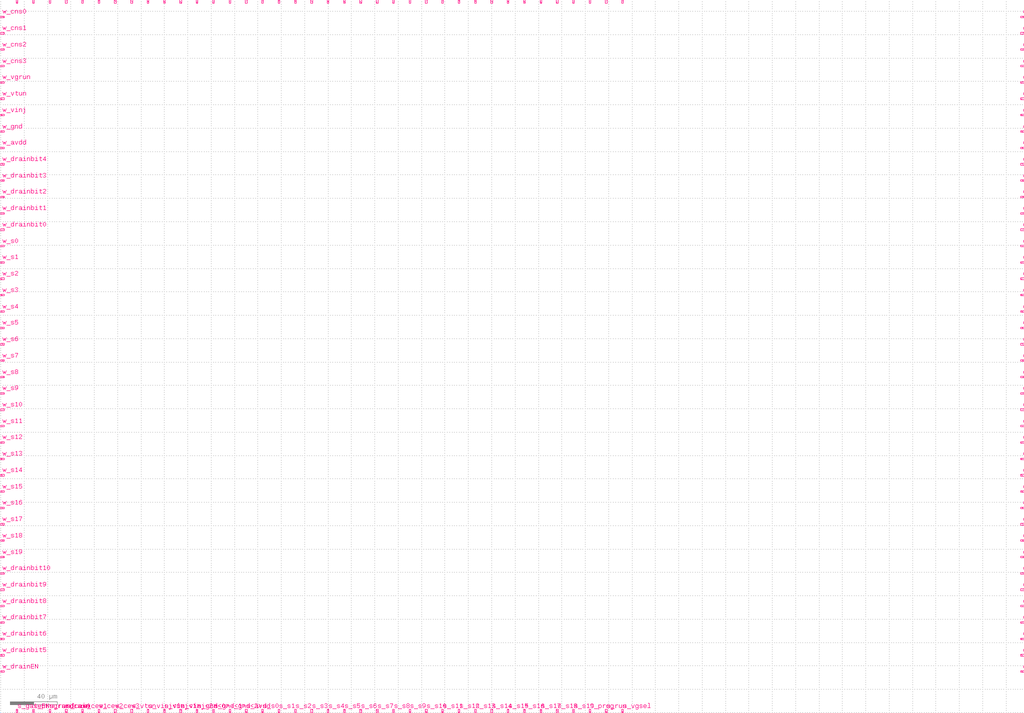
<source format=lef>
VERSION 5.5 ;
NAMESCASESENSITIVE ON ;
BUSBITCHARS "[]" ;
DIVIDERCHAR "/" ;

PROPERTYDEFINITIONS
  LAYER routingPitch REAL ;
END PROPERTYDEFINITIONS

UNITS
  DATABASE MICRONS 1000 ;
END UNITS
MANUFACTURINGGRID 0.01 ;
LAYER POLY1
  TYPE MASTERSLICE ;
END POLY1

LAYER CONT
  TYPE CUT ;
  SPACING 0.4 ;
END CONT

LAYER METAL1
  TYPE ROUTING ;
  DIRECTION HORIZONTAL ;
  PITCH 0 ;
  WIDTH 0.5 ;
  SPACING 0.45 ;
  PROPERTY routingPitch 1.25 ;
END METAL1

LAYER VIA12
  TYPE CUT ;
  SPACING 0.45 ;
END VIA12

LAYER METAL2
  TYPE ROUTING ;
  DIRECTION VERTICAL ;
  PITCH 0 ;
  WIDTH 0.6 ;
  SPACING 0.5 ;
  PROPERTY routingPitch 1.4 ;
END METAL2

LAYER VIA23
  TYPE CUT ;
  SPACING 0.45 ;
END VIA23

LAYER METAL3
  TYPE ROUTING ;
  DIRECTION HORIZONTAL ;
  PITCH 0 ;
  WIDTH 0.6 ;
  SPACING 0.5 ;
  PROPERTY routingPitch 1.25 ;
END METAL3

LAYER VIA34
  TYPE CUT ;
  SPACING 0.45 ;
END VIA34

LAYER METAL4
  TYPE ROUTING ;
  DIRECTION VERTICAL ;
  PITCH 0 ;
  WIDTH 0.6 ;
  SPACING 0.6 ;
  PROPERTY routingPitch 1.4 ;
END METAL4

LAYER OVERLAP
  TYPE OVERLAP ;
END OVERLAP

VIARULE M4_M3 GENERATE
  LAYER METAL3 ;
    ENCLOSURE 0.2 0.2 ;
  LAYER METAL4 ;
    ENCLOSURE 0.15 0.15 ;
  LAYER VIA34 ;
    RECT -0.25 -0.25 0.25 0.25 ;
    SPACING 1 BY 1 ;
END M4_M3

VIARULE M3_M2 GENERATE
  LAYER METAL2 ;
    ENCLOSURE 0.2 0.2 ;
  LAYER METAL3 ;
    ENCLOSURE 0.15 0.15 ;
  LAYER VIA23 ;
    RECT -0.25 -0.25 0.25 0.25 ;
    SPACING 1 BY 1 ;
END M3_M2

VIARULE M2_M1 GENERATE
  LAYER METAL1 ;
    ENCLOSURE 0.2 0.2 ;
  LAYER METAL2 ;
    ENCLOSURE 0.15 0.15 ;
  LAYER VIA12 ;
    RECT -0.25 -0.25 0.25 0.25 ;
    SPACING 1 BY 1 ;
END M2_M1

VIARULE M1_POLY1 GENERATE
  LAYER POLY1 ;
    ENCLOSURE 0.2 0.2 ;
  LAYER METAL1 ;
    ENCLOSURE 0.15 0.15 ;
  LAYER CONT ;
    RECT -0.2 -0.2 0.2 0.2 ;
    SPACING 1 BY 1 ;
END M1_POLY1

VIA M1_POLY1
  LAYER CONT ;
    RECT -0.2 -0.2 0.2 0.2 ;
  LAYER POLY1 ;
    RECT -0.4 -0.4 0.4 0.4 ;
  LAYER METAL1 ;
    RECT -0.35 -0.35 0.35 0.35 ;
END M1_POLY1

VIA M2_M1
  LAYER VIA12 ;
    RECT -0.25 -0.25 0.25 0.25 ;
  LAYER METAL2 ;
    RECT -0.4 -0.4 0.4 0.4 ;
  LAYER METAL1 ;
    RECT -0.45 -0.45 0.45 0.45 ;
END M2_M1

VIA M3_M2
  LAYER VIA23 ;
    RECT -0.25 -0.25 0.25 0.25 ;
  LAYER METAL3 ;
    RECT -0.4 -0.4 0.4 0.4 ;
  LAYER METAL2 ;
    RECT -0.45 -0.45 0.45 0.45 ;
END M3_M2

VIA M4_M3
  LAYER VIA34 ;
    RECT -0.25 -0.25 0.25 0.25 ;
  LAYER METAL4 ;
    RECT -0.4 -0.4 0.4 0.4 ;
  LAYER METAL3 ;
    RECT -0.45 -0.45 0.45 0.45 ;
END M4_M3


MACRO cab2
  PIN n_gateEN
    DIRECTION INOUT ;
    USE SIGNAL ;
    PORT
      LAYER METAL3 ;
        RECT 13.3 607.1 14.7 609.9 ;
    END
  END n_gateEN
  PIN n_programdrain
    DIRECTION INOUT ;
    USE SIGNAL ;
    PORT
      LAYER METAL3 ;
        RECT 27.3 607.1 28.7 609.9 ;
    END
  END n_programdrain
  PIN n_rundrain
    DIRECTION INOUT ;
    USE SIGNAL ;
    PORT
      LAYER METAL3 ;
        RECT 41.3 607.1 42.7 609.9 ;
    END
  END n_rundrain
  PIN n_cew0
    DIRECTION INOUT ;
    USE SIGNAL ;
    PORT
      LAYER METAL3 ;
        RECT 55.3 607.1 56.7 609.9 ;
    END
  END n_cew0
  PIN n_cew1
    DIRECTION INOUT ;
    USE SIGNAL ;
    PORT
      LAYER METAL3 ;
        RECT 69.3 607.1 70.7 609.9 ;
    END
  END n_cew1
  PIN n_cew2
    DIRECTION INOUT ;
    USE SIGNAL ;
    PORT
      LAYER METAL3 ;
        RECT 83.3 607.1 84.7 609.9 ;
    END
  END n_cew2
  PIN n_cew3
    DIRECTION INOUT ;
    USE SIGNAL ;
    PORT
      LAYER METAL3 ;
        RECT 97.3 607.1 98.7 609.9 ;
    END
  END n_cew3
  PIN n_vtun
    DIRECTION INOUT ;
    USE SIGNAL ;
    PORT
      LAYER METAL3 ;
        RECT 111.3 607.1 112.7 609.9 ;
    END
  END n_vtun
  PIN n_vinj<0>
    DIRECTION INOUT ;
    USE SIGNAL ;
    PORT
      LAYER METAL3 ;
        RECT 125.3 607.1 126.7 609.9 ;
    END
  END n_vinj<0>
  PIN n_vinj<1>
    DIRECTION INOUT ;
    USE SIGNAL ;
    PORT
      LAYER METAL3 ;
        RECT 139.3 607.1 140.7 609.9 ;
    END
  END n_vinj<1>
  PIN n_vinj<2>
    DIRECTION INOUT ;
    USE SIGNAL ;
    PORT
      LAYER METAL3 ;
        RECT 153.3 607.1 154.7 609.9 ;
    END
  END n_vinj<2>
  PIN n_gnd<0>
    DIRECTION INOUT ;
    USE SIGNAL ;
    PORT
      LAYER METAL3 ;
        RECT 167.3 607.1 168.7 609.9 ;
    END
  END n_gnd<0>
  PIN n_gnd<1>
    DIRECTION INOUT ;
    USE SIGNAL ;
    PORT
      LAYER METAL3 ;
        RECT 181.3 607.1 182.7 609.9 ;
    END
  END n_gnd<1>
  PIN n_gnd<2>
    DIRECTION INOUT ;
    USE SIGNAL ;
    PORT
      LAYER METAL3 ;
        RECT 195.3 607.1 196.7 609.9 ;
    END
  END n_gnd<2>
  PIN n_avdd
    DIRECTION INOUT ;
    USE SIGNAL ;
    PORT
      LAYER METAL3 ;
        RECT 209.3 607.1 210.7 609.9 ;
    END
  END n_avdd
  PIN n_s0
    DIRECTION INOUT ;
    USE SIGNAL ;
    PORT
      LAYER METAL3 ;
        RECT 223.3 607.1 224.7 609.9 ;
    END
  END n_s0
  PIN n_s1
    DIRECTION INOUT ;
    USE SIGNAL ;
    PORT
      LAYER METAL3 ;
        RECT 237.3 607.1 238.7 609.9 ;
    END
  END n_s1
  PIN n_s2
    DIRECTION INOUT ;
    USE SIGNAL ;
    PORT
      LAYER METAL3 ;
        RECT 251.3 607.1 252.7 609.9 ;
    END
  END n_s2
  PIN n_s3
    DIRECTION INOUT ;
    USE SIGNAL ;
    PORT
      LAYER METAL3 ;
        RECT 265.3 607.1 266.7 609.9 ;
    END
  END n_s3
  PIN n_s4
    DIRECTION INOUT ;
    USE SIGNAL ;
    PORT
      LAYER METAL3 ;
        RECT 279.3 607.1 280.7 609.9 ;
    END
  END n_s4
  PIN n_s5
    DIRECTION INOUT ;
    USE SIGNAL ;
    PORT
      LAYER METAL3 ;
        RECT 293.3 607.1 294.7 609.9 ;
    END
  END n_s5
  PIN n_s6
    DIRECTION INOUT ;
    USE SIGNAL ;
    PORT
      LAYER METAL3 ;
        RECT 307.3 607.1 308.7 609.9 ;
    END
  END n_s6
  PIN n_s7
    DIRECTION INOUT ;
    USE SIGNAL ;
    PORT
      LAYER METAL3 ;
        RECT 321.3 607.1 322.7 609.9 ;
    END
  END n_s7
  PIN n_s8
    DIRECTION INOUT ;
    USE SIGNAL ;
    PORT
      LAYER METAL3 ;
        RECT 335.3 607.1 336.7 609.9 ;
    END
  END n_s8
  PIN n_s9
    DIRECTION INOUT ;
    USE SIGNAL ;
    PORT
      LAYER METAL3 ;
        RECT 349.3 607.1 350.7 609.9 ;
    END
  END n_s9
  PIN n_s10
    DIRECTION INOUT ;
    USE SIGNAL ;
    PORT
      LAYER METAL3 ;
        RECT 363.3 607.1 364.7 609.9 ;
    END
  END n_s10
  PIN n_s11
    DIRECTION INOUT ;
    USE SIGNAL ;
    PORT
      LAYER METAL3 ;
        RECT 377.3 607.1 378.7 609.9 ;
    END
  END n_s11
  PIN n_s12
    DIRECTION INOUT ;
    USE SIGNAL ;
    PORT
      LAYER METAL3 ;
        RECT 391.3 607.1 392.7 609.9 ;
    END
  END n_s12
  PIN n_s13
    DIRECTION INOUT ;
    USE SIGNAL ;
    PORT
      LAYER METAL3 ;
        RECT 405.3 607.1 406.7 609.9 ;
    END
  END n_s13
  PIN n_s14
    DIRECTION INOUT ;
    USE SIGNAL ;
    PORT
      LAYER METAL3 ;
        RECT 419.3 607.1 420.7 609.9 ;
    END
  END n_s14
  PIN n_s15
    DIRECTION INOUT ;
    USE SIGNAL ;
    PORT
      LAYER METAL3 ;
        RECT 433.3 607.1 434.7 609.9 ;
    END
  END n_s15
  PIN n_s16
    DIRECTION INOUT ;
    USE SIGNAL ;
    PORT
      LAYER METAL3 ;
        RECT 447.3 607.1 448.7 609.9 ;
    END
  END n_s16
  PIN n_s17
    DIRECTION INOUT ;
    USE SIGNAL ;
    PORT
      LAYER METAL3 ;
        RECT 461.3 607.1 462.7 609.9 ;
    END
  END n_s17
  PIN n_s18
    DIRECTION INOUT ;
    USE SIGNAL ;
    PORT
      LAYER METAL3 ;
        RECT 475.3 607.1 476.7 609.9 ;
    END
  END n_s18
  PIN n_s19
    DIRECTION INOUT ;
    USE SIGNAL ;
    PORT
      LAYER METAL3 ;
        RECT 489.3 607.1 490.7 609.9 ;
    END
  END n_s19
  PIN n_prog
    DIRECTION INOUT ;
    USE SIGNAL ;
    PORT
      LAYER METAL3 ;
        RECT 503.3 607.1 504.7 609.9 ;
    END
  END n_prog
  PIN n_run
    DIRECTION INOUT ;
    USE SIGNAL ;
    PORT
      LAYER METAL3 ;
        RECT 517.3 607.1 518.7 609.9 ;
    END
  END n_run
  PIN n_vgsel
    DIRECTION INOUT ;
    USE SIGNAL ;
    PORT
      LAYER METAL3 ;
        RECT 531.3 607.1 532.7 609.9 ;
    END
  END n_vgsel
  PIN e_cns0
    DIRECTION INOUT ;
    USE SIGNAL ;
    PORT
      LAYER METAL3 ;
        RECT 765.88 594.5 768.68 595.9 ;
    END
  END e_cns0
  PIN e_cns1
    DIRECTION INOUT ;
    USE SIGNAL ;
    PORT
      LAYER METAL3 ;
        RECT 765.88 580.5 768.68 581.9 ;
    END
  END e_cns1
  PIN e_cns2
    DIRECTION INOUT ;
    USE SIGNAL ;
    PORT
      LAYER METAL3 ;
        RECT 765.88 566.5 768.68 567.9 ;
    END
  END e_cns2
  PIN e_cns3
    DIRECTION INOUT ;
    USE SIGNAL ;
    PORT
      LAYER METAL3 ;
        RECT 765.88 552.5 768.68 553.9 ;
    END
  END e_cns3
  PIN e_vgrun
    DIRECTION INOUT ;
    USE SIGNAL ;
    PORT
      LAYER METAL3 ;
        RECT 765.88 538.5 768.68 539.9 ;
    END
  END e_vgrun
  PIN e_vtun
    DIRECTION INOUT ;
    USE SIGNAL ;
    PORT
      LAYER METAL3 ;
        RECT 765.88 524.5 768.68 525.9 ;
    END
  END e_vtun
  PIN e_vinj
    DIRECTION INOUT ;
    USE SIGNAL ;
    PORT
      LAYER METAL3 ;
        RECT 765.88 510.5 768.68 511.9 ;
    END
  END e_vinj
  PIN e_gnd
    DIRECTION INOUT ;
    USE SIGNAL ;
    PORT
      LAYER METAL3 ;
        RECT 765.88 496.5 768.68 497.9 ;
    END
  END e_gnd
  PIN e_avdd
    DIRECTION INOUT ;
    USE SIGNAL ;
    PORT
      LAYER METAL3 ;
        RECT 765.88 482.5 768.68 483.9 ;
    END
  END e_avdd
  PIN e_drainbit4
    DIRECTION INOUT ;
    USE SIGNAL ;
    PORT
      LAYER METAL3 ;
        RECT 765.88 468.5 768.68 469.9 ;
    END
  END e_drainbit4
  PIN e_drainbit3
    DIRECTION INOUT ;
    USE SIGNAL ;
    PORT
      LAYER METAL3 ;
        RECT 765.88 454.5 768.68 455.9 ;
    END
  END e_drainbit3
  PIN e_drainbit2
    DIRECTION INOUT ;
    USE SIGNAL ;
    PORT
      LAYER METAL3 ;
        RECT 765.88 440.5 768.68 441.9 ;
    END
  END e_drainbit2
  PIN e_drainbit1
    DIRECTION INOUT ;
    USE SIGNAL ;
    PORT
      LAYER METAL3 ;
        RECT 765.88 426.5 768.68 427.9 ;
    END
  END e_drainbit1
  PIN e_drainbit0
    DIRECTION INOUT ;
    USE SIGNAL ;
    PORT
      LAYER METAL3 ;
        RECT 765.88 412.5 768.68 413.9 ;
    END
  END e_drainbit0
  PIN e_s0
    DIRECTION INOUT ;
    USE SIGNAL ;
    PORT
      LAYER METAL3 ;
        RECT 765.88 398.5 768.68 399.9 ;
    END
  END e_s0
  PIN e_s1
    DIRECTION INOUT ;
    USE SIGNAL ;
    PORT
      LAYER METAL3 ;
        RECT 765.88 384.5 768.68 385.9 ;
    END
  END e_s1
  PIN e_s2
    DIRECTION INOUT ;
    USE SIGNAL ;
    PORT
      LAYER METAL3 ;
        RECT 765.88 370.5 768.68 371.9 ;
    END
  END e_s2
  PIN e_s3
    DIRECTION INOUT ;
    USE SIGNAL ;
    PORT
      LAYER METAL3 ;
        RECT 765.88 356.5 768.68 357.9 ;
    END
  END e_s3
  PIN e_s4
    DIRECTION INOUT ;
    USE SIGNAL ;
    PORT
      LAYER METAL3 ;
        RECT 765.88 342.5 768.68 343.9 ;
    END
  END e_s4
  PIN e_s5
    DIRECTION INOUT ;
    USE SIGNAL ;
    PORT
      LAYER METAL3 ;
        RECT 765.88 328.5 768.68 329.9 ;
    END
  END e_s5
  PIN e_s6
    DIRECTION INOUT ;
    USE SIGNAL ;
    PORT
      LAYER METAL3 ;
        RECT 765.88 314.5 768.68 315.9 ;
    END
  END e_s6
  PIN e_s7
    DIRECTION INOUT ;
    USE SIGNAL ;
    PORT
      LAYER METAL3 ;
        RECT 765.88 300.5 768.68 301.9 ;
    END
  END e_s7
  PIN e_s8
    DIRECTION INOUT ;
    USE SIGNAL ;
    PORT
      LAYER METAL3 ;
        RECT 765.88 286.5 768.68 287.9 ;
    END
  END e_s8
  PIN e_s9
    DIRECTION INOUT ;
    USE SIGNAL ;
    PORT
      LAYER METAL3 ;
        RECT 765.88 272.5 768.68 273.9 ;
    END
  END e_s9
  PIN e_s10
    DIRECTION INOUT ;
    USE SIGNAL ;
    PORT
      LAYER METAL3 ;
        RECT 765.88 258.5 768.68 259.9 ;
    END
  END e_s10
  PIN e_s11
    DIRECTION INOUT ;
    USE SIGNAL ;
    PORT
      LAYER METAL3 ;
        RECT 765.88 244.5 768.68 245.9 ;
    END
  END e_s11
  PIN e_s12
    DIRECTION INOUT ;
    USE SIGNAL ;
    PORT
      LAYER METAL3 ;
        RECT 765.88 230.5 768.68 231.9 ;
    END
  END e_s12
  PIN e_s13
    DIRECTION INOUT ;
    USE SIGNAL ;
    PORT
      LAYER METAL3 ;
        RECT 765.88 216.5 768.68 217.9 ;
    END
  END e_s13
  PIN e_s14
    DIRECTION INOUT ;
    USE SIGNAL ;
    PORT
      LAYER METAL3 ;
        RECT 765.88 202.5 768.68 203.9 ;
    END
  END e_s14
  PIN e_s15
    DIRECTION INOUT ;
    USE SIGNAL ;
    PORT
      LAYER METAL3 ;
        RECT 765.88 188.5 768.68 189.9 ;
    END
  END e_s15
  PIN e_s16
    DIRECTION INOUT ;
    USE SIGNAL ;
    PORT
      LAYER METAL3 ;
        RECT 765.88 174.5 768.68 175.9 ;
    END
  END e_s16
  PIN e_s17
    DIRECTION INOUT ;
    USE SIGNAL ;
    PORT
      LAYER METAL3 ;
        RECT 765.88 160.5 768.68 161.9 ;
    END
  END e_s17
  PIN e_s18
    DIRECTION INOUT ;
    USE SIGNAL ;
    PORT
      LAYER METAL3 ;
        RECT 765.88 146.5 768.68 147.9 ;
    END
  END e_s18
  PIN e_s19
    DIRECTION INOUT ;
    USE SIGNAL ;
    PORT
      LAYER METAL3 ;
        RECT 765.88 132.5 768.68 133.9 ;
    END
  END e_s19
  PIN e_drainbit10
    DIRECTION INOUT ;
    USE SIGNAL ;
    PORT
      LAYER METAL3 ;
        RECT 765.88 118.5 768.68 119.9 ;
    END
  END e_drainbit10
  PIN e_drainbit9
    DIRECTION INOUT ;
    USE SIGNAL ;
    PORT
      LAYER METAL3 ;
        RECT 765.88 104.5 768.68 105.9 ;
    END
  END e_drainbit9
  PIN e_drainbit8
    DIRECTION INOUT ;
    USE SIGNAL ;
    PORT
      LAYER METAL3 ;
        RECT 765.88 90.5 768.68 91.9 ;
    END
  END e_drainbit8
  PIN e_drainbit7
    DIRECTION INOUT ;
    USE SIGNAL ;
    PORT
      LAYER METAL3 ;
        RECT 765.88 76.5 768.68 77.9 ;
    END
  END e_drainbit7
  PIN e_drainbit6
    DIRECTION INOUT ;
    USE SIGNAL ;
    PORT
      LAYER METAL3 ;
        RECT 765.88 62.5 768.68 63.9 ;
    END
  END e_drainbit6
  PIN e_drainbit5
    DIRECTION INOUT ;
    USE SIGNAL ;
    PORT
      LAYER METAL3 ;
        RECT 765.88 48.5 768.68 49.9 ;
    END
  END e_drainbit5
  PIN e_drainEN
    DIRECTION INOUT ;
    USE SIGNAL ;
    PORT
      LAYER METAL3 ;
        RECT 765.88 34.5 768.68 35.9 ;
    END
  END e_drainEN
  PIN s_gateEN
    DIRECTION INOUT ;
    USE SIGNAL ;
    PORT
      LAYER METAL3 ;
        RECT 13.3 0.0 14.7 2.8 ;
    END
  END s_gateEN
  PIN s_programdrain
    DIRECTION INOUT ;
    USE SIGNAL ;
    PORT
      LAYER METAL3 ;
        RECT 27.3 0.0 28.7 2.8 ;
    END
  END s_programdrain
  PIN s_rundrain
    DIRECTION INOUT ;
    USE SIGNAL ;
    PORT
      LAYER METAL3 ;
        RECT 41.3 0.0 42.7 2.8 ;
    END
  END s_rundrain
  PIN s_cew0
    DIRECTION INOUT ;
    USE SIGNAL ;
    PORT
      LAYER METAL3 ;
        RECT 55.3 0.0 56.7 2.8 ;
    END
  END s_cew0
  PIN s_cew1
    DIRECTION INOUT ;
    USE SIGNAL ;
    PORT
      LAYER METAL3 ;
        RECT 69.3 0.0 70.7 2.8 ;
    END
  END s_cew1
  PIN s_cew2
    DIRECTION INOUT ;
    USE SIGNAL ;
    PORT
      LAYER METAL3 ;
        RECT 83.3 0.0 84.7 2.8 ;
    END
  END s_cew2
  PIN s_cew3
    DIRECTION INOUT ;
    USE SIGNAL ;
    PORT
      LAYER METAL3 ;
        RECT 97.3 0.0 98.7 2.8 ;
    END
  END s_cew3
  PIN s_vtun
    DIRECTION INOUT ;
    USE SIGNAL ;
    PORT
      LAYER METAL3 ;
        RECT 111.3 0.0 112.7 2.8 ;
    END
  END s_vtun
  PIN s_vinj<0>
    DIRECTION INOUT ;
    USE SIGNAL ;
    PORT
      LAYER METAL3 ;
        RECT 125.3 0.0 126.7 2.8 ;
    END
  END s_vinj<0>
  PIN s_vinj<1>
    DIRECTION INOUT ;
    USE SIGNAL ;
    PORT
      LAYER METAL3 ;
        RECT 139.3 0.0 140.7 2.8 ;
    END
  END s_vinj<1>
  PIN s_vinj<2>
    DIRECTION INOUT ;
    USE SIGNAL ;
    PORT
      LAYER METAL3 ;
        RECT 153.3 0.0 154.7 2.8 ;
    END
  END s_vinj<2>
  PIN s_gnd<0>
    DIRECTION INOUT ;
    USE SIGNAL ;
    PORT
      LAYER METAL3 ;
        RECT 167.3 0.0 168.7 2.8 ;
    END
  END s_gnd<0>
  PIN s_gnd<1>
    DIRECTION INOUT ;
    USE SIGNAL ;
    PORT
      LAYER METAL3 ;
        RECT 181.3 0.0 182.7 2.8 ;
    END
  END s_gnd<1>
  PIN s_gnd<2>
    DIRECTION INOUT ;
    USE SIGNAL ;
    PORT
      LAYER METAL3 ;
        RECT 195.3 0.0 196.7 2.8 ;
    END
  END s_gnd<2>
  PIN s_avdd
    DIRECTION INOUT ;
    USE SIGNAL ;
    PORT
      LAYER METAL3 ;
        RECT 209.3 0.0 210.7 2.8 ;
    END
  END s_avdd
  PIN s_s0
    DIRECTION INOUT ;
    USE SIGNAL ;
    PORT
      LAYER METAL3 ;
        RECT 223.3 0.0 224.7 2.8 ;
    END
  END s_s0
  PIN s_s1
    DIRECTION INOUT ;
    USE SIGNAL ;
    PORT
      LAYER METAL3 ;
        RECT 237.3 0.0 238.7 2.8 ;
    END
  END s_s1
  PIN s_s2
    DIRECTION INOUT ;
    USE SIGNAL ;
    PORT
      LAYER METAL3 ;
        RECT 251.3 0.0 252.7 2.8 ;
    END
  END s_s2
  PIN s_s3
    DIRECTION INOUT ;
    USE SIGNAL ;
    PORT
      LAYER METAL3 ;
        RECT 265.3 0.0 266.7 2.8 ;
    END
  END s_s3
  PIN s_s4
    DIRECTION INOUT ;
    USE SIGNAL ;
    PORT
      LAYER METAL3 ;
        RECT 279.3 0.0 280.7 2.8 ;
    END
  END s_s4
  PIN s_s5
    DIRECTION INOUT ;
    USE SIGNAL ;
    PORT
      LAYER METAL3 ;
        RECT 293.3 0.0 294.7 2.8 ;
    END
  END s_s5
  PIN s_s6
    DIRECTION INOUT ;
    USE SIGNAL ;
    PORT
      LAYER METAL3 ;
        RECT 307.3 0.0 308.7 2.8 ;
    END
  END s_s6
  PIN s_s7
    DIRECTION INOUT ;
    USE SIGNAL ;
    PORT
      LAYER METAL3 ;
        RECT 321.3 0.0 322.7 2.8 ;
    END
  END s_s7
  PIN s_s8
    DIRECTION INOUT ;
    USE SIGNAL ;
    PORT
      LAYER METAL3 ;
        RECT 335.3 0.0 336.7 2.8 ;
    END
  END s_s8
  PIN s_s9
    DIRECTION INOUT ;
    USE SIGNAL ;
    PORT
      LAYER METAL3 ;
        RECT 349.3 0.0 350.7 2.8 ;
    END
  END s_s9
  PIN s_s10
    DIRECTION INOUT ;
    USE SIGNAL ;
    PORT
      LAYER METAL3 ;
        RECT 363.3 0.0 364.7 2.8 ;
    END
  END s_s10
  PIN s_s11
    DIRECTION INOUT ;
    USE SIGNAL ;
    PORT
      LAYER METAL3 ;
        RECT 377.3 0.0 378.7 2.8 ;
    END
  END s_s11
  PIN s_s12
    DIRECTION INOUT ;
    USE SIGNAL ;
    PORT
      LAYER METAL3 ;
        RECT 391.3 0.0 392.7 2.8 ;
    END
  END s_s12
  PIN s_s13
    DIRECTION INOUT ;
    USE SIGNAL ;
    PORT
      LAYER METAL3 ;
        RECT 405.3 0.0 406.7 2.8 ;
    END
  END s_s13
  PIN s_s14
    DIRECTION INOUT ;
    USE SIGNAL ;
    PORT
      LAYER METAL3 ;
        RECT 419.3 0.0 420.7 2.8 ;
    END
  END s_s14
  PIN s_s15
    DIRECTION INOUT ;
    USE SIGNAL ;
    PORT
      LAYER METAL3 ;
        RECT 433.3 0.0 434.7 2.8 ;
    END
  END s_s15
  PIN s_s16
    DIRECTION INOUT ;
    USE SIGNAL ;
    PORT
      LAYER METAL3 ;
        RECT 447.3 0.0 448.7 2.8 ;
    END
  END s_s16
  PIN s_s17
    DIRECTION INOUT ;
    USE SIGNAL ;
    PORT
      LAYER METAL3 ;
        RECT 461.3 0.0 462.7 2.8 ;
    END
  END s_s17
  PIN s_s18
    DIRECTION INOUT ;
    USE SIGNAL ;
    PORT
      LAYER METAL3 ;
        RECT 475.3 0.0 476.7 2.8 ;
    END
  END s_s18
  PIN s_s19
    DIRECTION INOUT ;
    USE SIGNAL ;
    PORT
      LAYER METAL3 ;
        RECT 489.3 0.0 490.7 2.8 ;
    END
  END s_s19
  PIN s_prog
    DIRECTION INOUT ;
    USE SIGNAL ;
    PORT
      LAYER METAL3 ;
        RECT 503.3 0.0 504.7 2.8 ;
    END
  END s_prog
  PIN s_run
    DIRECTION INOUT ;
    USE SIGNAL ;
    PORT
      LAYER METAL3 ;
        RECT 517.3 0.0 518.7 2.8 ;
    END
  END s_run
  PIN s_vgsel
    DIRECTION INOUT ;
    USE SIGNAL ;
    PORT
      LAYER METAL3 ;
        RECT 531.3 0.0 532.7 2.8 ;
    END
  END s_vgsel
  PIN w_cns0
    DIRECTION INOUT ;
    USE SIGNAL ;
    PORT
      LAYER METAL3 ;
        RECT 0.0 594.5 2.8 595.9 ;
    END
  END w_cns0
  PIN w_cns1
    DIRECTION INOUT ;
    USE SIGNAL ;
    PORT
      LAYER METAL3 ;
        RECT 0.0 580.5 2.8 581.9 ;
    END
  END w_cns1
  PIN w_cns2
    DIRECTION INOUT ;
    USE SIGNAL ;
    PORT
      LAYER METAL3 ;
        RECT 0.0 566.5 2.8 567.9 ;
    END
  END w_cns2
  PIN w_cns3
    DIRECTION INOUT ;
    USE SIGNAL ;
    PORT
      LAYER METAL3 ;
        RECT 0.0 552.5 2.8 553.9 ;
    END
  END w_cns3
  PIN w_vgrun
    DIRECTION INOUT ;
    USE SIGNAL ;
    PORT
      LAYER METAL3 ;
        RECT 0.0 538.5 2.8 539.9 ;
    END
  END w_vgrun
  PIN w_vtun
    DIRECTION INOUT ;
    USE SIGNAL ;
    PORT
      LAYER METAL3 ;
        RECT 0.0 524.5 2.8 525.9 ;
    END
  END w_vtun
  PIN w_vinj
    DIRECTION INOUT ;
    USE SIGNAL ;
    PORT
      LAYER METAL3 ;
        RECT 0.0 510.5 2.8 511.9 ;
    END
  END w_vinj
  PIN w_gnd
    DIRECTION INOUT ;
    USE SIGNAL ;
    PORT
      LAYER METAL3 ;
        RECT 0.0 496.5 2.8 497.9 ;
    END
  END w_gnd
  PIN w_avdd
    DIRECTION INOUT ;
    USE SIGNAL ;
    PORT
      LAYER METAL3 ;
        RECT 0.0 482.5 2.8 483.9 ;
    END
  END w_avdd
  PIN w_drainbit4
    DIRECTION INOUT ;
    USE SIGNAL ;
    PORT
      LAYER METAL3 ;
        RECT 0.0 468.5 2.8 469.9 ;
    END
  END w_drainbit4
  PIN w_drainbit3
    DIRECTION INOUT ;
    USE SIGNAL ;
    PORT
      LAYER METAL3 ;
        RECT 0.0 454.5 2.8 455.9 ;
    END
  END w_drainbit3
  PIN w_drainbit2
    DIRECTION INOUT ;
    USE SIGNAL ;
    PORT
      LAYER METAL3 ;
        RECT 0.0 440.5 2.8 441.9 ;
    END
  END w_drainbit2
  PIN w_drainbit1
    DIRECTION INOUT ;
    USE SIGNAL ;
    PORT
      LAYER METAL3 ;
        RECT 0.0 426.5 2.8 427.9 ;
    END
  END w_drainbit1
  PIN w_drainbit0
    DIRECTION INOUT ;
    USE SIGNAL ;
    PORT
      LAYER METAL3 ;
        RECT 0.0 412.5 2.8 413.9 ;
    END
  END w_drainbit0
  PIN w_s0
    DIRECTION INOUT ;
    USE SIGNAL ;
    PORT
      LAYER METAL3 ;
        RECT 0.0 398.5 2.8 399.9 ;
    END
  END w_s0
  PIN w_s1
    DIRECTION INOUT ;
    USE SIGNAL ;
    PORT
      LAYER METAL3 ;
        RECT 0.0 384.5 2.8 385.9 ;
    END
  END w_s1
  PIN w_s2
    DIRECTION INOUT ;
    USE SIGNAL ;
    PORT
      LAYER METAL3 ;
        RECT 0.0 370.5 2.8 371.9 ;
    END
  END w_s2
  PIN w_s3
    DIRECTION INOUT ;
    USE SIGNAL ;
    PORT
      LAYER METAL3 ;
        RECT 0.0 356.5 2.8 357.9 ;
    END
  END w_s3
  PIN w_s4
    DIRECTION INOUT ;
    USE SIGNAL ;
    PORT
      LAYER METAL3 ;
        RECT 0.0 342.5 2.8 343.9 ;
    END
  END w_s4
  PIN w_s5
    DIRECTION INOUT ;
    USE SIGNAL ;
    PORT
      LAYER METAL3 ;
        RECT 0.0 328.5 2.8 329.9 ;
    END
  END w_s5
  PIN w_s6
    DIRECTION INOUT ;
    USE SIGNAL ;
    PORT
      LAYER METAL3 ;
        RECT 0.0 314.5 2.8 315.9 ;
    END
  END w_s6
  PIN w_s7
    DIRECTION INOUT ;
    USE SIGNAL ;
    PORT
      LAYER METAL3 ;
        RECT 0.0 300.5 2.8 301.9 ;
    END
  END w_s7
  PIN w_s8
    DIRECTION INOUT ;
    USE SIGNAL ;
    PORT
      LAYER METAL3 ;
        RECT 0.0 286.5 2.8 287.9 ;
    END
  END w_s8
  PIN w_s9
    DIRECTION INOUT ;
    USE SIGNAL ;
    PORT
      LAYER METAL3 ;
        RECT 0.0 272.5 2.8 273.9 ;
    END
  END w_s9
  PIN w_s10
    DIRECTION INOUT ;
    USE SIGNAL ;
    PORT
      LAYER METAL3 ;
        RECT 0.0 258.5 2.8 259.9 ;
    END
  END w_s10
  PIN w_s11
    DIRECTION INOUT ;
    USE SIGNAL ;
    PORT
      LAYER METAL3 ;
        RECT 0.0 244.5 2.8 245.9 ;
    END
  END w_s11
  PIN w_s12
    DIRECTION INOUT ;
    USE SIGNAL ;
    PORT
      LAYER METAL3 ;
        RECT 0.0 230.5 2.8 231.9 ;
    END
  END w_s12
  PIN w_s13
    DIRECTION INOUT ;
    USE SIGNAL ;
    PORT
      LAYER METAL3 ;
        RECT 0.0 216.5 2.8 217.9 ;
    END
  END w_s13
  PIN w_s14
    DIRECTION INOUT ;
    USE SIGNAL ;
    PORT
      LAYER METAL3 ;
        RECT 0.0 202.5 2.8 203.9 ;
    END
  END w_s14
  PIN w_s15
    DIRECTION INOUT ;
    USE SIGNAL ;
    PORT
      LAYER METAL3 ;
        RECT 0.0 188.5 2.8 189.9 ;
    END
  END w_s15
  PIN w_s16
    DIRECTION INOUT ;
    USE SIGNAL ;
    PORT
      LAYER METAL3 ;
        RECT 0.0 174.5 2.8 175.9 ;
    END
  END w_s16
  PIN w_s17
    DIRECTION INOUT ;
    USE SIGNAL ;
    PORT
      LAYER METAL3 ;
        RECT 0.0 160.5 2.8 161.9 ;
    END
  END w_s17
  PIN w_s18
    DIRECTION INOUT ;
    USE SIGNAL ;
    PORT
      LAYER METAL3 ;
        RECT 0.0 146.5 2.8 147.9 ;
    END
  END w_s18
  PIN w_s19
    DIRECTION INOUT ;
    USE SIGNAL ;
    PORT
      LAYER METAL3 ;
        RECT 0.0 132.5 2.8 133.9 ;
    END
  END w_s19
  PIN w_drainbit10
    DIRECTION INOUT ;
    USE SIGNAL ;
    PORT
      LAYER METAL3 ;
        RECT 0.0 118.5 2.8 119.9 ;
    END
  END w_drainbit10
  PIN w_drainbit9
    DIRECTION INOUT ;
    USE SIGNAL ;
    PORT
      LAYER METAL3 ;
        RECT 0.0 104.5 2.8 105.9 ;
    END
  END w_drainbit9
  PIN w_drainbit8
    DIRECTION INOUT ;
    USE SIGNAL ;
    PORT
      LAYER METAL3 ;
        RECT 0.0 90.5 2.8 91.9 ;
    END
  END w_drainbit8
  PIN w_drainbit7
    DIRECTION INOUT ;
    USE SIGNAL ;
    PORT
      LAYER METAL3 ;
        RECT 0.0 76.5 2.8 77.9 ;
    END
  END w_drainbit7
  PIN w_drainbit6
    DIRECTION INOUT ;
    USE SIGNAL ;
    PORT
      LAYER METAL3 ;
        RECT 0.0 62.5 2.8 63.9 ;
    END
  END w_drainbit6
  PIN w_drainbit5
    DIRECTION INOUT ;
    USE SIGNAL ;
    PORT
      LAYER METAL3 ;
        RECT 0.0 48.5 2.8 49.9 ;
    END
  END w_drainbit5
  PIN w_drainEN
    DIRECTION INOUT ;
    USE SIGNAL ;
    PORT
      LAYER METAL3 ;
        RECT 0.0 34.5 2.8 35.9 ;
    END
  END w_drainEN
END cab2

MACRO cab1
  PIN n_gateEN
    DIRECTION INOUT ;
    USE SIGNAL ;
    PORT
      LAYER METAL3 ;
        RECT 13.3 607.1 14.7 609.9 ;
    END
  END n_gateEN
  PIN n_programdrain
    DIRECTION INOUT ;
    USE SIGNAL ;
    PORT
      LAYER METAL3 ;
        RECT 27.3 607.1 28.7 609.9 ;
    END
  END n_programdrain
  PIN n_rundrain
    DIRECTION INOUT ;
    USE SIGNAL ;
    PORT
      LAYER METAL3 ;
        RECT 41.3 607.1 42.7 609.9 ;
    END
  END n_rundrain
  PIN n_cew0
    DIRECTION INOUT ;
    USE SIGNAL ;
    PORT
      LAYER METAL3 ;
        RECT 55.3 607.1 56.7 609.9 ;
    END
  END n_cew0
  PIN n_cew1
    DIRECTION INOUT ;
    USE SIGNAL ;
    PORT
      LAYER METAL3 ;
        RECT 69.3 607.1 70.7 609.9 ;
    END
  END n_cew1
  PIN n_cew2
    DIRECTION INOUT ;
    USE SIGNAL ;
    PORT
      LAYER METAL3 ;
        RECT 83.3 607.1 84.7 609.9 ;
    END
  END n_cew2
  PIN n_cew3
    DIRECTION INOUT ;
    USE SIGNAL ;
    PORT
      LAYER METAL3 ;
        RECT 97.3 607.1 98.7 609.9 ;
    END
  END n_cew3
  PIN n_vtun
    DIRECTION INOUT ;
    USE SIGNAL ;
    PORT
      LAYER METAL3 ;
        RECT 111.3 607.1 112.7 609.9 ;
    END
  END n_vtun
  PIN n_vinj<0>
    DIRECTION INOUT ;
    USE SIGNAL ;
    PORT
      LAYER METAL3 ;
        RECT 125.3 607.1 126.7 609.9 ;
    END
  END n_vinj<0>
  PIN n_vinj<1>
    DIRECTION INOUT ;
    USE SIGNAL ;
    PORT
      LAYER METAL3 ;
        RECT 139.3 607.1 140.7 609.9 ;
    END
  END n_vinj<1>
  PIN n_vinj<2>
    DIRECTION INOUT ;
    USE SIGNAL ;
    PORT
      LAYER METAL3 ;
        RECT 153.3 607.1 154.7 609.9 ;
    END
  END n_vinj<2>
  PIN n_gnd<0>
    DIRECTION INOUT ;
    USE SIGNAL ;
    PORT
      LAYER METAL3 ;
        RECT 167.3 607.1 168.7 609.9 ;
    END
  END n_gnd<0>
  PIN n_gnd<1>
    DIRECTION INOUT ;
    USE SIGNAL ;
    PORT
      LAYER METAL3 ;
        RECT 181.3 607.1 182.7 609.9 ;
    END
  END n_gnd<1>
  PIN n_gnd<2>
    DIRECTION INOUT ;
    USE SIGNAL ;
    PORT
      LAYER METAL3 ;
        RECT 195.3 607.1 196.7 609.9 ;
    END
  END n_gnd<2>
  PIN n_avdd
    DIRECTION INOUT ;
    USE SIGNAL ;
    PORT
      LAYER METAL3 ;
        RECT 209.3 607.1 210.7 609.9 ;
    END
  END n_avdd
  PIN n_s0
    DIRECTION INOUT ;
    USE SIGNAL ;
    PORT
      LAYER METAL3 ;
        RECT 223.3 607.1 224.7 609.9 ;
    END
  END n_s0
  PIN n_s1
    DIRECTION INOUT ;
    USE SIGNAL ;
    PORT
      LAYER METAL3 ;
        RECT 237.3 607.1 238.7 609.9 ;
    END
  END n_s1
  PIN n_s2
    DIRECTION INOUT ;
    USE SIGNAL ;
    PORT
      LAYER METAL3 ;
        RECT 251.3 607.1 252.7 609.9 ;
    END
  END n_s2
  PIN n_s3
    DIRECTION INOUT ;
    USE SIGNAL ;
    PORT
      LAYER METAL3 ;
        RECT 265.3 607.1 266.7 609.9 ;
    END
  END n_s3
  PIN n_s4
    DIRECTION INOUT ;
    USE SIGNAL ;
    PORT
      LAYER METAL3 ;
        RECT 279.3 607.1 280.7 609.9 ;
    END
  END n_s4
  PIN n_s5
    DIRECTION INOUT ;
    USE SIGNAL ;
    PORT
      LAYER METAL3 ;
        RECT 293.3 607.1 294.7 609.9 ;
    END
  END n_s5
  PIN n_s6
    DIRECTION INOUT ;
    USE SIGNAL ;
    PORT
      LAYER METAL3 ;
        RECT 307.3 607.1 308.7 609.9 ;
    END
  END n_s6
  PIN n_s7
    DIRECTION INOUT ;
    USE SIGNAL ;
    PORT
      LAYER METAL3 ;
        RECT 321.3 607.1 322.7 609.9 ;
    END
  END n_s7
  PIN n_s8
    DIRECTION INOUT ;
    USE SIGNAL ;
    PORT
      LAYER METAL3 ;
        RECT 335.3 607.1 336.7 609.9 ;
    END
  END n_s8
  PIN n_s9
    DIRECTION INOUT ;
    USE SIGNAL ;
    PORT
      LAYER METAL3 ;
        RECT 349.3 607.1 350.7 609.9 ;
    END
  END n_s9
  PIN n_s10
    DIRECTION INOUT ;
    USE SIGNAL ;
    PORT
      LAYER METAL3 ;
        RECT 363.3 607.1 364.7 609.9 ;
    END
  END n_s10
  PIN n_s11
    DIRECTION INOUT ;
    USE SIGNAL ;
    PORT
      LAYER METAL3 ;
        RECT 377.3 607.1 378.7 609.9 ;
    END
  END n_s11
  PIN n_s12
    DIRECTION INOUT ;
    USE SIGNAL ;
    PORT
      LAYER METAL3 ;
        RECT 391.3 607.1 392.7 609.9 ;
    END
  END n_s12
  PIN n_s13
    DIRECTION INOUT ;
    USE SIGNAL ;
    PORT
      LAYER METAL3 ;
        RECT 405.3 607.1 406.7 609.9 ;
    END
  END n_s13
  PIN n_s14
    DIRECTION INOUT ;
    USE SIGNAL ;
    PORT
      LAYER METAL3 ;
        RECT 419.3 607.1 420.7 609.9 ;
    END
  END n_s14
  PIN n_s15
    DIRECTION INOUT ;
    USE SIGNAL ;
    PORT
      LAYER METAL3 ;
        RECT 433.3 607.1 434.7 609.9 ;
    END
  END n_s15
  PIN n_s16
    DIRECTION INOUT ;
    USE SIGNAL ;
    PORT
      LAYER METAL3 ;
        RECT 447.3 607.1 448.7 609.9 ;
    END
  END n_s16
  PIN n_s17
    DIRECTION INOUT ;
    USE SIGNAL ;
    PORT
      LAYER METAL3 ;
        RECT 461.3 607.1 462.7 609.9 ;
    END
  END n_s17
  PIN n_s18
    DIRECTION INOUT ;
    USE SIGNAL ;
    PORT
      LAYER METAL3 ;
        RECT 475.3 607.1 476.7 609.9 ;
    END
  END n_s18
  PIN n_s19
    DIRECTION INOUT ;
    USE SIGNAL ;
    PORT
      LAYER METAL3 ;
        RECT 489.3 607.1 490.7 609.9 ;
    END
  END n_s19
  PIN n_prog
    DIRECTION INOUT ;
    USE SIGNAL ;
    PORT
      LAYER METAL3 ;
        RECT 503.3 607.1 504.7 609.9 ;
    END
  END n_prog
  PIN n_run
    DIRECTION INOUT ;
    USE SIGNAL ;
    PORT
      LAYER METAL3 ;
        RECT 517.3 607.1 518.7 609.9 ;
    END
  END n_run
  PIN n_vgsel
    DIRECTION INOUT ;
    USE SIGNAL ;
    PORT
      LAYER METAL3 ;
        RECT 531.3 607.1 532.7 609.9 ;
    END
  END n_vgsel
  PIN e_cns0
    DIRECTION INOUT ;
    USE SIGNAL ;
    PORT
      LAYER METAL3 ;
        RECT 872.65 594.5 875.45 595.9 ;
    END
  END e_cns0
  PIN e_cns1
    DIRECTION INOUT ;
    USE SIGNAL ;
    PORT
      LAYER METAL3 ;
        RECT 872.65 580.5 875.45 581.9 ;
    END
  END e_cns1
  PIN e_cns2
    DIRECTION INOUT ;
    USE SIGNAL ;
    PORT
      LAYER METAL3 ;
        RECT 872.65 566.5 875.45 567.9 ;
    END
  END e_cns2
  PIN e_cns3
    DIRECTION INOUT ;
    USE SIGNAL ;
    PORT
      LAYER METAL3 ;
        RECT 872.65 552.5 875.45 553.9 ;
    END
  END e_cns3
  PIN e_vgrun
    DIRECTION INOUT ;
    USE SIGNAL ;
    PORT
      LAYER METAL3 ;
        RECT 872.65 538.5 875.45 539.9 ;
    END
  END e_vgrun
  PIN e_vtun
    DIRECTION INOUT ;
    USE SIGNAL ;
    PORT
      LAYER METAL3 ;
        RECT 872.65 524.5 875.45 525.9 ;
    END
  END e_vtun
  PIN e_vinj
    DIRECTION INOUT ;
    USE SIGNAL ;
    PORT
      LAYER METAL3 ;
        RECT 872.65 510.5 875.45 511.9 ;
    END
  END e_vinj
  PIN e_gnd
    DIRECTION INOUT ;
    USE SIGNAL ;
    PORT
      LAYER METAL3 ;
        RECT 872.65 496.5 875.45 497.9 ;
    END
  END e_gnd
  PIN e_avdd
    DIRECTION INOUT ;
    USE SIGNAL ;
    PORT
      LAYER METAL3 ;
        RECT 872.65 482.5 875.45 483.9 ;
    END
  END e_avdd
  PIN e_drainbit4
    DIRECTION INOUT ;
    USE SIGNAL ;
    PORT
      LAYER METAL3 ;
        RECT 872.65 468.5 875.45 469.9 ;
    END
  END e_drainbit4
  PIN e_drainbit3
    DIRECTION INOUT ;
    USE SIGNAL ;
    PORT
      LAYER METAL3 ;
        RECT 872.65 454.5 875.45 455.9 ;
    END
  END e_drainbit3
  PIN e_drainbit2
    DIRECTION INOUT ;
    USE SIGNAL ;
    PORT
      LAYER METAL3 ;
        RECT 872.65 440.5 875.45 441.9 ;
    END
  END e_drainbit2
  PIN e_drainbit1
    DIRECTION INOUT ;
    USE SIGNAL ;
    PORT
      LAYER METAL3 ;
        RECT 872.65 426.5 875.45 427.9 ;
    END
  END e_drainbit1
  PIN e_drainbit0
    DIRECTION INOUT ;
    USE SIGNAL ;
    PORT
      LAYER METAL3 ;
        RECT 872.65 412.5 875.45 413.9 ;
    END
  END e_drainbit0
  PIN e_s0
    DIRECTION INOUT ;
    USE SIGNAL ;
    PORT
      LAYER METAL3 ;
        RECT 872.65 398.5 875.45 399.9 ;
    END
  END e_s0
  PIN e_s1
    DIRECTION INOUT ;
    USE SIGNAL ;
    PORT
      LAYER METAL3 ;
        RECT 872.65 384.5 875.45 385.9 ;
    END
  END e_s1
  PIN e_s2
    DIRECTION INOUT ;
    USE SIGNAL ;
    PORT
      LAYER METAL3 ;
        RECT 872.65 370.5 875.45 371.9 ;
    END
  END e_s2
  PIN e_s3
    DIRECTION INOUT ;
    USE SIGNAL ;
    PORT
      LAYER METAL3 ;
        RECT 872.65 356.5 875.45 357.9 ;
    END
  END e_s3
  PIN e_s4
    DIRECTION INOUT ;
    USE SIGNAL ;
    PORT
      LAYER METAL3 ;
        RECT 872.65 342.5 875.45 343.9 ;
    END
  END e_s4
  PIN e_s5
    DIRECTION INOUT ;
    USE SIGNAL ;
    PORT
      LAYER METAL3 ;
        RECT 872.65 328.5 875.45 329.9 ;
    END
  END e_s5
  PIN e_s6
    DIRECTION INOUT ;
    USE SIGNAL ;
    PORT
      LAYER METAL3 ;
        RECT 872.65 314.5 875.45 315.9 ;
    END
  END e_s6
  PIN e_s7
    DIRECTION INOUT ;
    USE SIGNAL ;
    PORT
      LAYER METAL3 ;
        RECT 872.65 300.5 875.45 301.9 ;
    END
  END e_s7
  PIN e_s8
    DIRECTION INOUT ;
    USE SIGNAL ;
    PORT
      LAYER METAL3 ;
        RECT 872.65 286.5 875.45 287.9 ;
    END
  END e_s8
  PIN e_s9
    DIRECTION INOUT ;
    USE SIGNAL ;
    PORT
      LAYER METAL3 ;
        RECT 872.65 272.5 875.45 273.9 ;
    END
  END e_s9
  PIN e_s10
    DIRECTION INOUT ;
    USE SIGNAL ;
    PORT
      LAYER METAL3 ;
        RECT 872.65 258.5 875.45 259.9 ;
    END
  END e_s10
  PIN e_s11
    DIRECTION INOUT ;
    USE SIGNAL ;
    PORT
      LAYER METAL3 ;
        RECT 872.65 244.5 875.45 245.9 ;
    END
  END e_s11
  PIN e_s12
    DIRECTION INOUT ;
    USE SIGNAL ;
    PORT
      LAYER METAL3 ;
        RECT 872.65 230.5 875.45 231.9 ;
    END
  END e_s12
  PIN e_s13
    DIRECTION INOUT ;
    USE SIGNAL ;
    PORT
      LAYER METAL3 ;
        RECT 872.65 216.5 875.45 217.9 ;
    END
  END e_s13
  PIN e_s14
    DIRECTION INOUT ;
    USE SIGNAL ;
    PORT
      LAYER METAL3 ;
        RECT 872.65 202.5 875.45 203.9 ;
    END
  END e_s14
  PIN e_s15
    DIRECTION INOUT ;
    USE SIGNAL ;
    PORT
      LAYER METAL3 ;
        RECT 872.65 188.5 875.45 189.9 ;
    END
  END e_s15
  PIN e_s16
    DIRECTION INOUT ;
    USE SIGNAL ;
    PORT
      LAYER METAL3 ;
        RECT 872.65 174.5 875.45 175.9 ;
    END
  END e_s16
  PIN e_s17
    DIRECTION INOUT ;
    USE SIGNAL ;
    PORT
      LAYER METAL3 ;
        RECT 872.65 160.5 875.45 161.9 ;
    END
  END e_s17
  PIN e_s18
    DIRECTION INOUT ;
    USE SIGNAL ;
    PORT
      LAYER METAL3 ;
        RECT 872.65 146.5 875.45 147.9 ;
    END
  END e_s18
  PIN e_s19
    DIRECTION INOUT ;
    USE SIGNAL ;
    PORT
      LAYER METAL3 ;
        RECT 872.65 132.5 875.45 133.9 ;
    END
  END e_s19
  PIN e_drainbit10
    DIRECTION INOUT ;
    USE SIGNAL ;
    PORT
      LAYER METAL3 ;
        RECT 872.65 118.5 875.45 119.9 ;
    END
  END e_drainbit10
  PIN e_drainbit9
    DIRECTION INOUT ;
    USE SIGNAL ;
    PORT
      LAYER METAL3 ;
        RECT 872.65 104.5 875.45 105.9 ;
    END
  END e_drainbit9
  PIN e_drainbit8
    DIRECTION INOUT ;
    USE SIGNAL ;
    PORT
      LAYER METAL3 ;
        RECT 872.65 90.5 875.45 91.9 ;
    END
  END e_drainbit8
  PIN e_drainbit7
    DIRECTION INOUT ;
    USE SIGNAL ;
    PORT
      LAYER METAL3 ;
        RECT 872.65 76.5 875.45 77.9 ;
    END
  END e_drainbit7
  PIN e_drainbit6
    DIRECTION INOUT ;
    USE SIGNAL ;
    PORT
      LAYER METAL3 ;
        RECT 872.65 62.5 875.45 63.9 ;
    END
  END e_drainbit6
  PIN e_drainbit5
    DIRECTION INOUT ;
    USE SIGNAL ;
    PORT
      LAYER METAL3 ;
        RECT 872.65 48.5 875.45 49.9 ;
    END
  END e_drainbit5
  PIN e_drainEN
    DIRECTION INOUT ;
    USE SIGNAL ;
    PORT
      LAYER METAL3 ;
        RECT 872.65 34.5 875.45 35.9 ;
    END
  END e_drainEN
  PIN s_gateEN
    DIRECTION INOUT ;
    USE SIGNAL ;
    PORT
      LAYER METAL3 ;
        RECT 13.3 0.0 14.7 2.8 ;
    END
  END s_gateEN
  PIN s_programdrain
    DIRECTION INOUT ;
    USE SIGNAL ;
    PORT
      LAYER METAL3 ;
        RECT 27.3 0.0 28.7 2.8 ;
    END
  END s_programdrain
  PIN s_rundrain
    DIRECTION INOUT ;
    USE SIGNAL ;
    PORT
      LAYER METAL3 ;
        RECT 41.3 0.0 42.7 2.8 ;
    END
  END s_rundrain
  PIN s_cew0
    DIRECTION INOUT ;
    USE SIGNAL ;
    PORT
      LAYER METAL3 ;
        RECT 55.3 0.0 56.7 2.8 ;
    END
  END s_cew0
  PIN s_cew1
    DIRECTION INOUT ;
    USE SIGNAL ;
    PORT
      LAYER METAL3 ;
        RECT 69.3 0.0 70.7 2.8 ;
    END
  END s_cew1
  PIN s_cew2
    DIRECTION INOUT ;
    USE SIGNAL ;
    PORT
      LAYER METAL3 ;
        RECT 83.3 0.0 84.7 2.8 ;
    END
  END s_cew2
  PIN s_cew3
    DIRECTION INOUT ;
    USE SIGNAL ;
    PORT
      LAYER METAL3 ;
        RECT 97.3 0.0 98.7 2.8 ;
    END
  END s_cew3
  PIN s_vtun
    DIRECTION INOUT ;
    USE SIGNAL ;
    PORT
      LAYER METAL3 ;
        RECT 111.3 0.0 112.7 2.8 ;
    END
  END s_vtun
  PIN s_vinj<0>
    DIRECTION INOUT ;
    USE SIGNAL ;
    PORT
      LAYER METAL3 ;
        RECT 125.3 0.0 126.7 2.8 ;
    END
  END s_vinj<0>
  PIN s_vinj<1>
    DIRECTION INOUT ;
    USE SIGNAL ;
    PORT
      LAYER METAL3 ;
        RECT 139.3 0.0 140.7 2.8 ;
    END
  END s_vinj<1>
  PIN s_vinj<2>
    DIRECTION INOUT ;
    USE SIGNAL ;
    PORT
      LAYER METAL3 ;
        RECT 153.3 0.0 154.7 2.8 ;
    END
  END s_vinj<2>
  PIN s_gnd<0>
    DIRECTION INOUT ;
    USE SIGNAL ;
    PORT
      LAYER METAL3 ;
        RECT 167.3 0.0 168.7 2.8 ;
    END
  END s_gnd<0>
  PIN s_gnd<1>
    DIRECTION INOUT ;
    USE SIGNAL ;
    PORT
      LAYER METAL3 ;
        RECT 181.3 0.0 182.7 2.8 ;
    END
  END s_gnd<1>
  PIN s_gnd<2>
    DIRECTION INOUT ;
    USE SIGNAL ;
    PORT
      LAYER METAL3 ;
        RECT 195.3 0.0 196.7 2.8 ;
    END
  END s_gnd<2>
  PIN s_avdd
    DIRECTION INOUT ;
    USE SIGNAL ;
    PORT
      LAYER METAL3 ;
        RECT 209.3 0.0 210.7 2.8 ;
    END
  END s_avdd
  PIN s_s0
    DIRECTION INOUT ;
    USE SIGNAL ;
    PORT
      LAYER METAL3 ;
        RECT 223.3 0.0 224.7 2.8 ;
    END
  END s_s0
  PIN s_s1
    DIRECTION INOUT ;
    USE SIGNAL ;
    PORT
      LAYER METAL3 ;
        RECT 237.3 0.0 238.7 2.8 ;
    END
  END s_s1
  PIN s_s2
    DIRECTION INOUT ;
    USE SIGNAL ;
    PORT
      LAYER METAL3 ;
        RECT 251.3 0.0 252.7 2.8 ;
    END
  END s_s2
  PIN s_s3
    DIRECTION INOUT ;
    USE SIGNAL ;
    PORT
      LAYER METAL3 ;
        RECT 265.3 0.0 266.7 2.8 ;
    END
  END s_s3
  PIN s_s4
    DIRECTION INOUT ;
    USE SIGNAL ;
    PORT
      LAYER METAL3 ;
        RECT 279.3 0.0 280.7 2.8 ;
    END
  END s_s4
  PIN s_s5
    DIRECTION INOUT ;
    USE SIGNAL ;
    PORT
      LAYER METAL3 ;
        RECT 293.3 0.0 294.7 2.8 ;
    END
  END s_s5
  PIN s_s6
    DIRECTION INOUT ;
    USE SIGNAL ;
    PORT
      LAYER METAL3 ;
        RECT 307.3 0.0 308.7 2.8 ;
    END
  END s_s6
  PIN s_s7
    DIRECTION INOUT ;
    USE SIGNAL ;
    PORT
      LAYER METAL3 ;
        RECT 321.3 0.0 322.7 2.8 ;
    END
  END s_s7
  PIN s_s8
    DIRECTION INOUT ;
    USE SIGNAL ;
    PORT
      LAYER METAL3 ;
        RECT 335.3 0.0 336.7 2.8 ;
    END
  END s_s8
  PIN s_s9
    DIRECTION INOUT ;
    USE SIGNAL ;
    PORT
      LAYER METAL3 ;
        RECT 349.3 0.0 350.7 2.8 ;
    END
  END s_s9
  PIN s_s10
    DIRECTION INOUT ;
    USE SIGNAL ;
    PORT
      LAYER METAL3 ;
        RECT 363.3 0.0 364.7 2.8 ;
    END
  END s_s10
  PIN s_s11
    DIRECTION INOUT ;
    USE SIGNAL ;
    PORT
      LAYER METAL3 ;
        RECT 377.3 0.0 378.7 2.8 ;
    END
  END s_s11
  PIN s_s12
    DIRECTION INOUT ;
    USE SIGNAL ;
    PORT
      LAYER METAL3 ;
        RECT 391.3 0.0 392.7 2.8 ;
    END
  END s_s12
  PIN s_s13
    DIRECTION INOUT ;
    USE SIGNAL ;
    PORT
      LAYER METAL3 ;
        RECT 405.3 0.0 406.7 2.8 ;
    END
  END s_s13
  PIN s_s14
    DIRECTION INOUT ;
    USE SIGNAL ;
    PORT
      LAYER METAL3 ;
        RECT 419.3 0.0 420.7 2.8 ;
    END
  END s_s14
  PIN s_s15
    DIRECTION INOUT ;
    USE SIGNAL ;
    PORT
      LAYER METAL3 ;
        RECT 433.3 0.0 434.7 2.8 ;
    END
  END s_s15
  PIN s_s16
    DIRECTION INOUT ;
    USE SIGNAL ;
    PORT
      LAYER METAL3 ;
        RECT 447.3 0.0 448.7 2.8 ;
    END
  END s_s16
  PIN s_s17
    DIRECTION INOUT ;
    USE SIGNAL ;
    PORT
      LAYER METAL3 ;
        RECT 461.3 0.0 462.7 2.8 ;
    END
  END s_s17
  PIN s_s18
    DIRECTION INOUT ;
    USE SIGNAL ;
    PORT
      LAYER METAL3 ;
        RECT 475.3 0.0 476.7 2.8 ;
    END
  END s_s18
  PIN s_s19
    DIRECTION INOUT ;
    USE SIGNAL ;
    PORT
      LAYER METAL3 ;
        RECT 489.3 0.0 490.7 2.8 ;
    END
  END s_s19
  PIN s_prog
    DIRECTION INOUT ;
    USE SIGNAL ;
    PORT
      LAYER METAL3 ;
        RECT 503.3 0.0 504.7 2.8 ;
    END
  END s_prog
  PIN s_run
    DIRECTION INOUT ;
    USE SIGNAL ;
    PORT
      LAYER METAL3 ;
        RECT 517.3 0.0 518.7 2.8 ;
    END
  END s_run
  PIN s_vgsel
    DIRECTION INOUT ;
    USE SIGNAL ;
    PORT
      LAYER METAL3 ;
        RECT 531.3 0.0 532.7 2.8 ;
    END
  END s_vgsel
  PIN w_cns0
    DIRECTION INOUT ;
    USE SIGNAL ;
    PORT
      LAYER METAL3 ;
        RECT 0.0 594.5 2.8 595.9 ;
    END
  END w_cns0
  PIN w_cns1
    DIRECTION INOUT ;
    USE SIGNAL ;
    PORT
      LAYER METAL3 ;
        RECT 0.0 580.5 2.8 581.9 ;
    END
  END w_cns1
  PIN w_cns2
    DIRECTION INOUT ;
    USE SIGNAL ;
    PORT
      LAYER METAL3 ;
        RECT 0.0 566.5 2.8 567.9 ;
    END
  END w_cns2
  PIN w_cns3
    DIRECTION INOUT ;
    USE SIGNAL ;
    PORT
      LAYER METAL3 ;
        RECT 0.0 552.5 2.8 553.9 ;
    END
  END w_cns3
  PIN w_vgrun
    DIRECTION INOUT ;
    USE SIGNAL ;
    PORT
      LAYER METAL3 ;
        RECT 0.0 538.5 2.8 539.9 ;
    END
  END w_vgrun
  PIN w_vtun
    DIRECTION INOUT ;
    USE SIGNAL ;
    PORT
      LAYER METAL3 ;
        RECT 0.0 524.5 2.8 525.9 ;
    END
  END w_vtun
  PIN w_vinj
    DIRECTION INOUT ;
    USE SIGNAL ;
    PORT
      LAYER METAL3 ;
        RECT 0.0 510.5 2.8 511.9 ;
    END
  END w_vinj
  PIN w_gnd
    DIRECTION INOUT ;
    USE SIGNAL ;
    PORT
      LAYER METAL3 ;
        RECT 0.0 496.5 2.8 497.9 ;
    END
  END w_gnd
  PIN w_avdd
    DIRECTION INOUT ;
    USE SIGNAL ;
    PORT
      LAYER METAL3 ;
        RECT 0.0 482.5 2.8 483.9 ;
    END
  END w_avdd
  PIN w_drainbit4
    DIRECTION INOUT ;
    USE SIGNAL ;
    PORT
      LAYER METAL3 ;
        RECT 0.0 468.5 2.8 469.9 ;
    END
  END w_drainbit4
  PIN w_drainbit3
    DIRECTION INOUT ;
    USE SIGNAL ;
    PORT
      LAYER METAL3 ;
        RECT 0.0 454.5 2.8 455.9 ;
    END
  END w_drainbit3
  PIN w_drainbit2
    DIRECTION INOUT ;
    USE SIGNAL ;
    PORT
      LAYER METAL3 ;
        RECT 0.0 440.5 2.8 441.9 ;
    END
  END w_drainbit2
  PIN w_drainbit1
    DIRECTION INOUT ;
    USE SIGNAL ;
    PORT
      LAYER METAL3 ;
        RECT 0.0 426.5 2.8 427.9 ;
    END
  END w_drainbit1
  PIN w_drainbit0
    DIRECTION INOUT ;
    USE SIGNAL ;
    PORT
      LAYER METAL3 ;
        RECT 0.0 412.5 2.8 413.9 ;
    END
  END w_drainbit0
  PIN w_s0
    DIRECTION INOUT ;
    USE SIGNAL ;
    PORT
      LAYER METAL3 ;
        RECT 0.0 398.5 2.8 399.9 ;
    END
  END w_s0
  PIN w_s1
    DIRECTION INOUT ;
    USE SIGNAL ;
    PORT
      LAYER METAL3 ;
        RECT 0.0 384.5 2.8 385.9 ;
    END
  END w_s1
  PIN w_s2
    DIRECTION INOUT ;
    USE SIGNAL ;
    PORT
      LAYER METAL3 ;
        RECT 0.0 370.5 2.8 371.9 ;
    END
  END w_s2
  PIN w_s3
    DIRECTION INOUT ;
    USE SIGNAL ;
    PORT
      LAYER METAL3 ;
        RECT 0.0 356.5 2.8 357.9 ;
    END
  END w_s3
  PIN w_s4
    DIRECTION INOUT ;
    USE SIGNAL ;
    PORT
      LAYER METAL3 ;
        RECT 0.0 342.5 2.8 343.9 ;
    END
  END w_s4
  PIN w_s5
    DIRECTION INOUT ;
    USE SIGNAL ;
    PORT
      LAYER METAL3 ;
        RECT 0.0 328.5 2.8 329.9 ;
    END
  END w_s5
  PIN w_s6
    DIRECTION INOUT ;
    USE SIGNAL ;
    PORT
      LAYER METAL3 ;
        RECT 0.0 314.5 2.8 315.9 ;
    END
  END w_s6
  PIN w_s7
    DIRECTION INOUT ;
    USE SIGNAL ;
    PORT
      LAYER METAL3 ;
        RECT 0.0 300.5 2.8 301.9 ;
    END
  END w_s7
  PIN w_s8
    DIRECTION INOUT ;
    USE SIGNAL ;
    PORT
      LAYER METAL3 ;
        RECT 0.0 286.5 2.8 287.9 ;
    END
  END w_s8
  PIN w_s9
    DIRECTION INOUT ;
    USE SIGNAL ;
    PORT
      LAYER METAL3 ;
        RECT 0.0 272.5 2.8 273.9 ;
    END
  END w_s9
  PIN w_s10
    DIRECTION INOUT ;
    USE SIGNAL ;
    PORT
      LAYER METAL3 ;
        RECT 0.0 258.5 2.8 259.9 ;
    END
  END w_s10
  PIN w_s11
    DIRECTION INOUT ;
    USE SIGNAL ;
    PORT
      LAYER METAL3 ;
        RECT 0.0 244.5 2.8 245.9 ;
    END
  END w_s11
  PIN w_s12
    DIRECTION INOUT ;
    USE SIGNAL ;
    PORT
      LAYER METAL3 ;
        RECT 0.0 230.5 2.8 231.9 ;
    END
  END w_s12
  PIN w_s13
    DIRECTION INOUT ;
    USE SIGNAL ;
    PORT
      LAYER METAL3 ;
        RECT 0.0 216.5 2.8 217.9 ;
    END
  END w_s13
  PIN w_s14
    DIRECTION INOUT ;
    USE SIGNAL ;
    PORT
      LAYER METAL3 ;
        RECT 0.0 202.5 2.8 203.9 ;
    END
  END w_s14
  PIN w_s15
    DIRECTION INOUT ;
    USE SIGNAL ;
    PORT
      LAYER METAL3 ;
        RECT 0.0 188.5 2.8 189.9 ;
    END
  END w_s15
  PIN w_s16
    DIRECTION INOUT ;
    USE SIGNAL ;
    PORT
      LAYER METAL3 ;
        RECT 0.0 174.5 2.8 175.9 ;
    END
  END w_s16
  PIN w_s17
    DIRECTION INOUT ;
    USE SIGNAL ;
    PORT
      LAYER METAL3 ;
        RECT 0.0 160.5 2.8 161.9 ;
    END
  END w_s17
  PIN w_s18
    DIRECTION INOUT ;
    USE SIGNAL ;
    PORT
      LAYER METAL3 ;
        RECT 0.0 146.5 2.8 147.9 ;
    END
  END w_s18
  PIN w_s19
    DIRECTION INOUT ;
    USE SIGNAL ;
    PORT
      LAYER METAL3 ;
        RECT 0.0 132.5 2.8 133.9 ;
    END
  END w_s19
  PIN w_drainbit10
    DIRECTION INOUT ;
    USE SIGNAL ;
    PORT
      LAYER METAL3 ;
        RECT 0.0 118.5 2.8 119.9 ;
    END
  END w_drainbit10
  PIN w_drainbit9
    DIRECTION INOUT ;
    USE SIGNAL ;
    PORT
      LAYER METAL3 ;
        RECT 0.0 104.5 2.8 105.9 ;
    END
  END w_drainbit9
  PIN w_drainbit8
    DIRECTION INOUT ;
    USE SIGNAL ;
    PORT
      LAYER METAL3 ;
        RECT 0.0 90.5 2.8 91.9 ;
    END
  END w_drainbit8
  PIN w_drainbit7
    DIRECTION INOUT ;
    USE SIGNAL ;
    PORT
      LAYER METAL3 ;
        RECT 0.0 76.5 2.8 77.9 ;
    END
  END w_drainbit7
  PIN w_drainbit6
    DIRECTION INOUT ;
    USE SIGNAL ;
    PORT
      LAYER METAL3 ;
        RECT 0.0 62.5 2.8 63.9 ;
    END
  END w_drainbit6
  PIN w_drainbit5
    DIRECTION INOUT ;
    USE SIGNAL ;
    PORT
      LAYER METAL3 ;
        RECT 0.0 48.5 2.8 49.9 ;
    END
  END w_drainbit5
  PIN w_drainEN
    DIRECTION INOUT ;
    USE SIGNAL ;
    PORT
      LAYER METAL3 ;
        RECT 0.0 34.5 2.8 35.9 ;
    END
  END w_drainEN
END cab1

END LIBRARY
</source>
